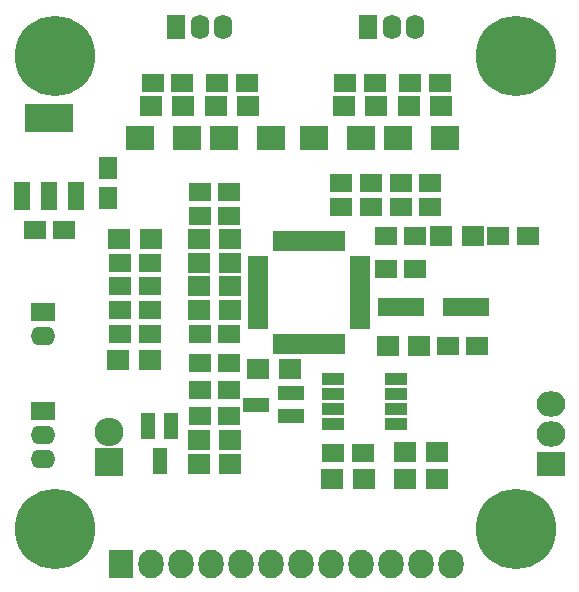
<source format=gts>
G04 #@! TF.FileFunction,Soldermask,Top*
%FSLAX46Y46*%
G04 Gerber Fmt 4.6, Leading zero omitted, Abs format (unit mm)*
G04 Created by KiCad (PCBNEW 4.0.4-stable) date 11/14/16 21:20:41*
%MOMM*%
%LPD*%
G01*
G04 APERTURE LIST*
%ADD10C,0.100000*%
%ADD11R,2.100000X1.600000*%
%ADD12O,2.100000X1.600000*%
%ADD13R,1.700000X0.650000*%
%ADD14R,0.650000X1.700000*%
%ADD15R,1.900000X1.650000*%
%ADD16R,1.900000X1.700000*%
%ADD17R,1.950000X1.000000*%
%ADD18R,1.200100X2.200860*%
%ADD19R,2.200860X1.200100*%
%ADD20R,2.432000X2.127200*%
%ADD21O,2.432000X2.127200*%
%ADD22R,2.432000X2.432000*%
%ADD23O,2.432000X2.432000*%
%ADD24R,1.600000X2.100000*%
%ADD25O,1.600000X2.100000*%
%ADD26R,3.900000X1.600000*%
%ADD27R,1.650000X1.900000*%
%ADD28R,4.057600X2.432000*%
%ADD29R,1.416000X2.432000*%
%ADD30C,6.800000*%
%ADD31C,1.000000*%
%ADD32R,2.127200X2.432000*%
%ADD33O,2.127200X2.432000*%
%ADD34R,2.400000X2.000000*%
G04 APERTURE END LIST*
D10*
D11*
X48006000Y-39656000D03*
D12*
X48006000Y-41656000D03*
D13*
X66150000Y-35250000D03*
X66150000Y-35750000D03*
X66150000Y-36250000D03*
X66150000Y-36750000D03*
X66150000Y-37250000D03*
X66150000Y-37750000D03*
X66150000Y-38250000D03*
X66150000Y-38750000D03*
X66150000Y-39250000D03*
X66150000Y-39750000D03*
X66150000Y-40250000D03*
X66150000Y-40750000D03*
D14*
X67750000Y-42350000D03*
X68250000Y-42350000D03*
X68750000Y-42350000D03*
X69250000Y-42350000D03*
X69750000Y-42350000D03*
X70250000Y-42350000D03*
X70750000Y-42350000D03*
X71250000Y-42350000D03*
X71750000Y-42350000D03*
X72250000Y-42350000D03*
X72750000Y-42350000D03*
X73250000Y-42350000D03*
D13*
X74850000Y-40750000D03*
X74850000Y-40250000D03*
X74850000Y-39750000D03*
X74850000Y-39250000D03*
X74850000Y-38750000D03*
X74850000Y-38250000D03*
X74850000Y-37750000D03*
X74850000Y-37250000D03*
X74850000Y-36750000D03*
X74850000Y-36250000D03*
X74850000Y-35750000D03*
X74850000Y-35250000D03*
D14*
X73250000Y-33650000D03*
X72750000Y-33650000D03*
X72250000Y-33650000D03*
X71750000Y-33650000D03*
X71250000Y-33650000D03*
X70750000Y-33650000D03*
X70250000Y-33650000D03*
X69750000Y-33650000D03*
X69250000Y-33650000D03*
X68750000Y-33650000D03*
X68250000Y-33650000D03*
X67750000Y-33650000D03*
D15*
X54500000Y-35500000D03*
X57000000Y-35500000D03*
X54500000Y-41500000D03*
X57000000Y-41500000D03*
X54500000Y-37500000D03*
X57000000Y-37500000D03*
X54500000Y-39500000D03*
X57000000Y-39500000D03*
X63750000Y-41500000D03*
X61250000Y-41500000D03*
X63750000Y-29500000D03*
X61250000Y-29500000D03*
X63750000Y-31500000D03*
X61250000Y-31500000D03*
X63750000Y-44000000D03*
X61250000Y-44000000D03*
X63750000Y-46250000D03*
X61250000Y-46250000D03*
X73250000Y-28750000D03*
X75750000Y-28750000D03*
X75750000Y-30750000D03*
X73250000Y-30750000D03*
X78250000Y-28750000D03*
X80750000Y-28750000D03*
X80750000Y-30750000D03*
X78250000Y-30750000D03*
X77000000Y-33250000D03*
X79500000Y-33250000D03*
X89000000Y-33250000D03*
X86500000Y-33250000D03*
X77000000Y-36000000D03*
X79500000Y-36000000D03*
X82250000Y-42500000D03*
X84750000Y-42500000D03*
X72550000Y-51600000D03*
X75050000Y-51600000D03*
X63750000Y-48500000D03*
X61250000Y-48500000D03*
X59750000Y-20250000D03*
X57250000Y-20250000D03*
X62750000Y-20250000D03*
X65250000Y-20250000D03*
D11*
X48006000Y-48070000D03*
D12*
X48006000Y-50070000D03*
X48006000Y-52070000D03*
D16*
X57100000Y-33500000D03*
X54400000Y-33500000D03*
X63850000Y-39500000D03*
X61150000Y-39500000D03*
X63850000Y-33500000D03*
X61150000Y-33500000D03*
X63850000Y-35500000D03*
X61150000Y-35500000D03*
X63850000Y-37500000D03*
X61150000Y-37500000D03*
X66150000Y-44500000D03*
X68850000Y-44500000D03*
X78650000Y-53800000D03*
X81350000Y-53800000D03*
X79850000Y-42500000D03*
X77150000Y-42500000D03*
X84350000Y-33250000D03*
X81650000Y-33250000D03*
X78650000Y-51500000D03*
X81350000Y-51500000D03*
X72450000Y-53800000D03*
X75150000Y-53800000D03*
X61150000Y-52500000D03*
X63850000Y-52500000D03*
X61150000Y-50500000D03*
X63850000Y-50500000D03*
D17*
X77900000Y-49105000D03*
X77900000Y-47835000D03*
X77900000Y-46565000D03*
X77900000Y-45295000D03*
X72500000Y-45295000D03*
X72500000Y-46565000D03*
X72500000Y-47835000D03*
X72500000Y-49105000D03*
D16*
X59850000Y-22250000D03*
X57150000Y-22250000D03*
D15*
X76050000Y-20250000D03*
X73550000Y-20250000D03*
X79050000Y-20250000D03*
X81550000Y-20250000D03*
D18*
X58796000Y-49276000D03*
X56896000Y-49276000D03*
X57846000Y-52278280D03*
D16*
X62650000Y-22250000D03*
X65350000Y-22250000D03*
X76150000Y-22250000D03*
X73450000Y-22250000D03*
X78950000Y-22250000D03*
X81650000Y-22250000D03*
D19*
X69001140Y-48450000D03*
X69001140Y-46550000D03*
X65998860Y-47500000D03*
D20*
X91000000Y-52500000D03*
D21*
X91000000Y-49960000D03*
X91000000Y-47420000D03*
D22*
X53594000Y-52324000D03*
D23*
X53594000Y-49784000D03*
D24*
X59250000Y-15500000D03*
D25*
X61250000Y-15500000D03*
X63250000Y-15500000D03*
D24*
X75500000Y-15500000D03*
D25*
X77500000Y-15500000D03*
X79500000Y-15500000D03*
D26*
X78250000Y-39250000D03*
X83750000Y-39250000D03*
D15*
X47270000Y-32754000D03*
X49770000Y-32754000D03*
D27*
X53500000Y-30000000D03*
X53500000Y-27500000D03*
D28*
X48500000Y-23198000D03*
D29*
X48500000Y-29802000D03*
X50786000Y-29802000D03*
X46214000Y-29802000D03*
D30*
X88000000Y-58000000D03*
D31*
X90400000Y-58000000D03*
X89697056Y-59697056D03*
X88000000Y-60400000D03*
X86302944Y-59697056D03*
X85600000Y-58000000D03*
X86302944Y-56302944D03*
X88000000Y-55600000D03*
X89697056Y-56302944D03*
D30*
X49000000Y-58000000D03*
D31*
X51400000Y-58000000D03*
X50697056Y-59697056D03*
X49000000Y-60400000D03*
X47302944Y-59697056D03*
X46600000Y-58000000D03*
X47302944Y-56302944D03*
X49000000Y-55600000D03*
X50697056Y-56302944D03*
D30*
X88000000Y-18000000D03*
D31*
X90400000Y-18000000D03*
X89697056Y-19697056D03*
X88000000Y-20400000D03*
X86302944Y-19697056D03*
X85600000Y-18000000D03*
X86302944Y-16302944D03*
X88000000Y-15600000D03*
X89697056Y-16302944D03*
D30*
X49000000Y-18000000D03*
D31*
X51400000Y-18000000D03*
X50697056Y-19697056D03*
X49000000Y-20400000D03*
X47302944Y-19697056D03*
X46600000Y-18000000D03*
X47302944Y-16302944D03*
X49000000Y-15600000D03*
X50697056Y-16302944D03*
D32*
X54610000Y-60960000D03*
D33*
X57150000Y-60960000D03*
X59690000Y-60960000D03*
X62230000Y-60960000D03*
X64770000Y-60960000D03*
X67310000Y-60960000D03*
X69850000Y-60960000D03*
X72390000Y-60960000D03*
X74930000Y-60960000D03*
X77470000Y-60960000D03*
X80010000Y-60960000D03*
X82550000Y-60960000D03*
D34*
X60166000Y-24892000D03*
X56166000Y-24892000D03*
X67310000Y-24892000D03*
X63310000Y-24892000D03*
X70930000Y-24892000D03*
X74930000Y-24892000D03*
X78000000Y-24892000D03*
X82000000Y-24892000D03*
D16*
X57056000Y-43688000D03*
X54356000Y-43688000D03*
M02*

</source>
